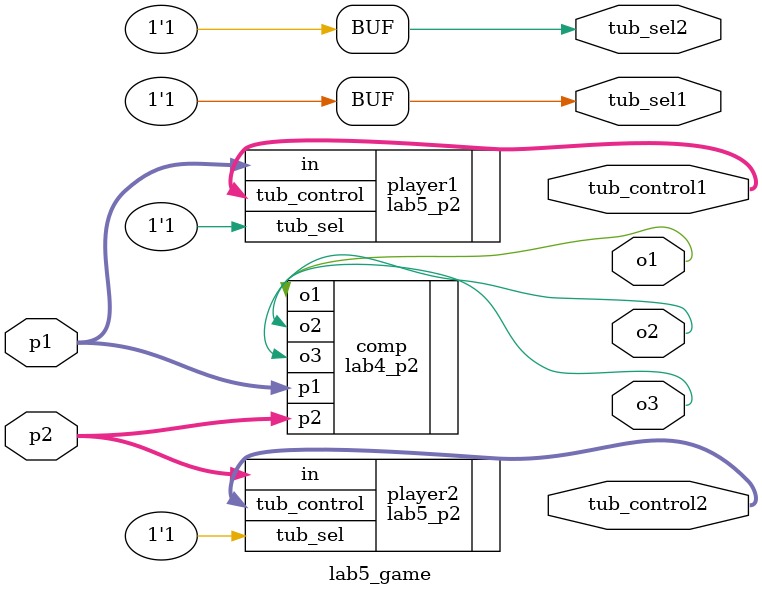
<source format=v>
`timescale 1ns / 1ps


module lab5_game(
    input [1:0] p1,
    input [1:0] p2,
    output o1,o2,o3,
    output tub_sel1,tub_sel2,
    output [7:0] tub_control1,tub_control2
    );
    
    // initialize
    lab4_p2 comp(.p1(p1),.p2(p2),.o1(o1),.o2(o2),.o3(o3));
    //? assign
    assign tub_sel1=1'b1;
    assign tub_sel2=1'b1;
    lab5_p2 player1(.tub_sel(tub_sel1),.tub_control(tub_control1),.in(p1));
    lab5_p2 player2(.tub_sel(tub_sel2),.tub_control(tub_control2),.in(p2));
    
    
endmodule

</source>
